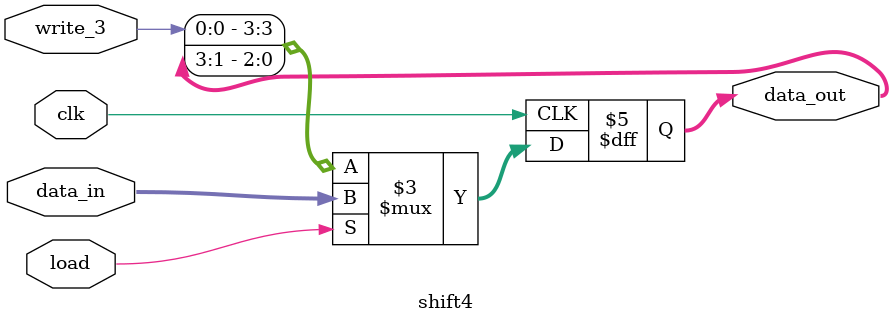
<source format=v>
module shift4(input clk, load, write_3, input[3:0] data_in, output reg [3:0] data_out);

    always@(posedge clk) begin
        if(load)
            data_out <= data_in;
        else begin
            data_out <= {write_3, data_out[3:1]};
        end
    end

endmodule
</source>
